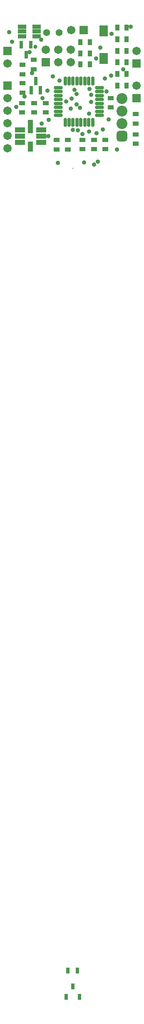
<source format=gts>
%FSLAX25Y25*%
%MOIN*%
G70*
G01*
G75*
G04 Layer_Color=8388736*
%ADD10R,0.03937X0.02756*%
%ADD11R,0.02362X0.03937*%
%ADD12R,0.01969X0.03937*%
%ADD13R,0.02756X0.03937*%
%ADD14R,0.06299X0.07874*%
%ADD15O,0.02165X0.06496*%
%ADD16O,0.06496X0.02165*%
%ADD17R,0.02362X0.05118*%
%ADD18R,0.06299X0.02756*%
%ADD19R,0.02362X0.05906*%
%ADD20R,0.03150X0.09843*%
%ADD21R,0.03150X0.07480*%
%ADD22R,0.07480X0.03150*%
%ADD23C,0.00787*%
%ADD24C,0.07874*%
G04:AMPARAMS|DCode=25|XSize=78.74mil|YSize=78.74mil|CornerRadius=19.69mil|HoleSize=0mil|Usage=FLASHONLY|Rotation=270.000|XOffset=0mil|YOffset=0mil|HoleType=Round|Shape=RoundedRectangle|*
%AMROUNDEDRECTD25*
21,1,0.07874,0.03937,0,0,270.0*
21,1,0.03937,0.07874,0,0,270.0*
1,1,0.03937,-0.01969,-0.01969*
1,1,0.03937,-0.01969,0.01969*
1,1,0.03937,0.01969,0.01969*
1,1,0.03937,0.01969,-0.01969*
%
%ADD25ROUNDEDRECTD25*%
%ADD26C,0.07874*%
%ADD27C,0.05906*%
%ADD28R,0.05906X0.05906*%
%ADD29R,0.05906X0.05906*%
%ADD30C,0.04724*%
%ADD31C,0.02362*%
%ADD32C,0.02756*%
%ADD33R,0.04724X0.04724*%
%ADD34C,0.05906*%
%ADD35C,0.01000*%
%ADD36C,0.00984*%
%ADD37C,0.02362*%
%ADD38C,0.00394*%
%ADD39R,0.04737X0.03556*%
%ADD40R,0.03162X0.04737*%
%ADD41R,0.02769X0.04737*%
%ADD42R,0.03556X0.04737*%
%ADD43R,0.07099X0.08674*%
%ADD44O,0.02965X0.07296*%
%ADD45O,0.07296X0.02965*%
%ADD46R,0.03162X0.05918*%
%ADD47R,0.07099X0.03556*%
%ADD48R,0.03162X0.06706*%
%ADD49R,0.03950X0.10642*%
%ADD50R,0.03950X0.08280*%
%ADD51R,0.08280X0.03950*%
%ADD52C,0.00800*%
G04:AMPARAMS|DCode=53|XSize=86.74mil|YSize=86.74mil|CornerRadius=23.69mil|HoleSize=0mil|Usage=FLASHONLY|Rotation=270.000|XOffset=0mil|YOffset=0mil|HoleType=Round|Shape=RoundedRectangle|*
%AMROUNDEDRECTD53*
21,1,0.08674,0.03937,0,0,270.0*
21,1,0.03937,0.08674,0,0,270.0*
1,1,0.04737,-0.01969,-0.01969*
1,1,0.04737,-0.01969,0.01969*
1,1,0.04737,0.01969,0.01969*
1,1,0.04737,0.01969,-0.01969*
%
%ADD53ROUNDEDRECTD53*%
%ADD54C,0.08674*%
%ADD55C,0.06706*%
%ADD56R,0.06706X0.06706*%
%ADD57R,0.06706X0.06706*%
%ADD58C,0.05524*%
%ADD59C,0.03162*%
%ADD60C,0.03556*%
D39*
X30709Y278937D02*
D03*
Y286417D02*
D03*
X21555Y286417D02*
D03*
Y278937D02*
D03*
X44193Y319685D02*
D03*
Y312205D02*
D03*
X-17618Y342716D02*
D03*
Y350197D02*
D03*
X-26476Y338779D02*
D03*
Y346260D02*
D03*
X-26575Y331496D02*
D03*
Y324016D02*
D03*
X-26673Y315748D02*
D03*
Y308268D02*
D03*
X-17284Y315748D02*
D03*
Y308268D02*
D03*
X-7973D02*
D03*
Y315748D02*
D03*
X886Y286220D02*
D03*
Y278740D02*
D03*
X9842D02*
D03*
Y286220D02*
D03*
X39764Y278937D02*
D03*
Y286417D02*
D03*
X64272Y299410D02*
D03*
Y306890D02*
D03*
X64272Y283268D02*
D03*
Y290748D02*
D03*
D40*
X13681Y-389370D02*
D03*
X17421Y-376772D02*
D03*
X9941D02*
D03*
D41*
X8464Y-397539D02*
D03*
X19193D02*
D03*
D42*
X27362Y346555D02*
D03*
X19882D02*
D03*
X27362Y355374D02*
D03*
X19882D02*
D03*
Y364232D02*
D03*
X27362D02*
D03*
X56890Y348150D02*
D03*
X49409D02*
D03*
Y338957D02*
D03*
X56890D02*
D03*
X49409Y329724D02*
D03*
X56890D02*
D03*
X49409Y357460D02*
D03*
X56890D02*
D03*
Y366654D02*
D03*
X49409D02*
D03*
Y375984D02*
D03*
X56890D02*
D03*
D43*
X38386Y351181D02*
D03*
Y373228D02*
D03*
D44*
X29724Y300394D02*
D03*
X26575D02*
D03*
X23425D02*
D03*
X20276D02*
D03*
X17126D02*
D03*
X13976D02*
D03*
X10827D02*
D03*
X7677D02*
D03*
Y333464D02*
D03*
X10827D02*
D03*
X13976D02*
D03*
X17126D02*
D03*
X20276D02*
D03*
X23425D02*
D03*
X26575D02*
D03*
X29724D02*
D03*
D45*
X2165Y305905D02*
D03*
Y309055D02*
D03*
Y312205D02*
D03*
Y315354D02*
D03*
Y318504D02*
D03*
Y321653D02*
D03*
Y324803D02*
D03*
Y327953D02*
D03*
X35236D02*
D03*
Y324803D02*
D03*
Y321653D02*
D03*
Y318504D02*
D03*
Y315354D02*
D03*
Y312205D02*
D03*
Y309055D02*
D03*
Y305905D02*
D03*
D46*
X-23622Y354134D02*
D03*
X-27362Y362401D02*
D03*
X-19882D02*
D03*
D47*
X-15157Y369094D02*
D03*
Y376575D02*
D03*
Y372835D02*
D03*
X-26772D02*
D03*
Y376575D02*
D03*
Y369094D02*
D03*
D48*
X-19488Y325984D02*
D03*
X-12008D02*
D03*
X-15748Y333465D02*
D03*
D49*
X-20079Y297047D02*
D03*
D50*
Y280906D02*
D03*
D51*
X-11520Y284354D02*
D03*
Y294354D02*
D03*
Y289354D02*
D03*
X-28638D02*
D03*
Y294354D02*
D03*
Y284354D02*
D03*
D52*
X13779Y263779D02*
D03*
D53*
X53150Y289370D02*
D03*
D54*
Y299370D02*
D03*
Y309370D02*
D03*
Y319370D02*
D03*
D55*
X12126Y358425D02*
D03*
Y348425D02*
D03*
X2126Y358425D02*
D03*
Y348425D02*
D03*
X-7874Y358425D02*
D03*
X-38386Y347284D02*
D03*
X-38386Y319724D02*
D03*
Y309724D02*
D03*
Y299724D02*
D03*
Y289724D02*
D03*
Y279724D02*
D03*
X64961Y329724D02*
D03*
Y357284D02*
D03*
X12638Y374015D02*
D03*
D56*
X-7874Y348425D02*
D03*
X22638Y374015D02*
D03*
D57*
X-38386Y357284D02*
D03*
X-38386Y329724D02*
D03*
X64961Y319724D02*
D03*
Y347284D02*
D03*
D58*
X2953Y372047D02*
D03*
X-7047D02*
D03*
D59*
X-16240Y360728D02*
D03*
D60*
X-20721Y356387D02*
D03*
X-18701Y339567D02*
D03*
X-37008Y372244D02*
D03*
X21654Y290945D02*
D03*
X17717Y294094D02*
D03*
X40945Y324803D02*
D03*
X42520Y302756D02*
D03*
X37795Y294488D02*
D03*
X32677Y291732D02*
D03*
X26772Y292913D02*
D03*
X8655Y317109D02*
D03*
X33858Y268799D02*
D03*
X13976Y294237D02*
D03*
X30807Y266732D02*
D03*
X28429Y322337D02*
D03*
X-31496Y312795D02*
D03*
X16929Y323031D02*
D03*
X12303Y311417D02*
D03*
X-34744Y364665D02*
D03*
X1968Y268012D02*
D03*
X-10371Y319637D02*
D03*
X49229Y278740D02*
D03*
X12929Y319137D02*
D03*
X15229Y326237D02*
D03*
X-5689Y289354D02*
D03*
X-5471Y302137D02*
D03*
X-11371Y366437D02*
D03*
X16829Y314637D02*
D03*
X54129Y342637D02*
D03*
X28629Y316537D02*
D03*
X39429Y335237D02*
D03*
X19429Y311937D02*
D03*
X32529Y351137D02*
D03*
X27129Y326837D02*
D03*
X-24671Y320937D02*
D03*
X-6471Y325637D02*
D03*
X-2271Y336837D02*
D03*
X44929Y370837D02*
D03*
X26829Y307337D02*
D03*
X-11271Y299337D02*
D03*
X44629Y337637D02*
D03*
X3229Y333537D02*
D03*
X60329Y376637D02*
D03*
X35929Y360037D02*
D03*
X22736Y268307D02*
D03*
M02*

</source>
